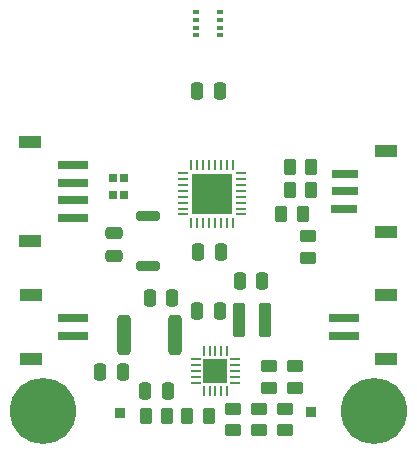
<source format=gbr>
%TF.GenerationSoftware,KiCad,Pcbnew,7.0.8*%
%TF.CreationDate,2023-11-19T15:13:28+01:00*%
%TF.ProjectId,AetherPhylax,41657468-6572-4506-9879-6c61782e6b69,rev?*%
%TF.SameCoordinates,Original*%
%TF.FileFunction,Soldermask,Top*%
%TF.FilePolarity,Negative*%
%FSLAX46Y46*%
G04 Gerber Fmt 4.6, Leading zero omitted, Abs format (unit mm)*
G04 Created by KiCad (PCBNEW 7.0.8) date 2023-11-19 15:13:28*
%MOMM*%
%LPD*%
G01*
G04 APERTURE LIST*
G04 Aperture macros list*
%AMRoundRect*
0 Rectangle with rounded corners*
0 $1 Rounding radius*
0 $2 $3 $4 $5 $6 $7 $8 $9 X,Y pos of 4 corners*
0 Add a 4 corners polygon primitive as box body*
4,1,4,$2,$3,$4,$5,$6,$7,$8,$9,$2,$3,0*
0 Add four circle primitives for the rounded corners*
1,1,$1+$1,$2,$3*
1,1,$1+$1,$4,$5*
1,1,$1+$1,$6,$7*
1,1,$1+$1,$8,$9*
0 Add four rect primitives between the rounded corners*
20,1,$1+$1,$2,$3,$4,$5,0*
20,1,$1+$1,$4,$5,$6,$7,0*
20,1,$1+$1,$6,$7,$8,$9,0*
20,1,$1+$1,$8,$9,$2,$3,0*%
G04 Aperture macros list end*
%ADD10R,0.850000X0.850000*%
%ADD11RoundRect,0.062500X-0.375000X-0.062500X0.375000X-0.062500X0.375000X0.062500X-0.375000X0.062500X0*%
%ADD12RoundRect,0.062500X-0.062500X-0.375000X0.062500X-0.375000X0.062500X0.375000X-0.062500X0.375000X0*%
%ADD13R,2.000000X2.000000*%
%ADD14R,0.500000X0.350000*%
%ADD15RoundRect,0.250000X0.250000X0.475000X-0.250000X0.475000X-0.250000X-0.475000X0.250000X-0.475000X0*%
%ADD16R,2.500000X0.700000*%
%ADD17R,1.900000X1.100000*%
%ADD18RoundRect,0.250000X0.262500X0.450000X-0.262500X0.450000X-0.262500X-0.450000X0.262500X-0.450000X0*%
%ADD19RoundRect,0.250000X0.450000X-0.262500X0.450000X0.262500X-0.450000X0.262500X-0.450000X-0.262500X0*%
%ADD20RoundRect,0.250000X-0.250000X-0.475000X0.250000X-0.475000X0.250000X0.475000X-0.250000X0.475000X0*%
%ADD21RoundRect,0.250000X-0.262500X-0.450000X0.262500X-0.450000X0.262500X0.450000X-0.262500X0.450000X0*%
%ADD22RoundRect,0.200000X-0.800000X0.200000X-0.800000X-0.200000X0.800000X-0.200000X0.800000X0.200000X0*%
%ADD23R,0.640000X0.700000*%
%ADD24C,5.600000*%
%ADD25RoundRect,0.062500X0.062500X-0.375000X0.062500X0.375000X-0.062500X0.375000X-0.062500X-0.375000X0*%
%ADD26RoundRect,0.062500X0.375000X-0.062500X0.375000X0.062500X-0.375000X0.062500X-0.375000X-0.062500X0*%
%ADD27R,3.500000X3.500000*%
%ADD28RoundRect,0.102000X-0.400000X-1.350000X0.400000X-1.350000X0.400000X1.350000X-0.400000X1.350000X0*%
%ADD29RoundRect,0.102000X0.400000X1.350000X-0.400000X1.350000X-0.400000X-1.350000X0.400000X-1.350000X0*%
%ADD30RoundRect,0.250000X-0.475000X0.250000X-0.475000X-0.250000X0.475000X-0.250000X0.475000X0.250000X0*%
%ADD31RoundRect,0.250000X-0.312500X-1.450000X0.312500X-1.450000X0.312500X1.450000X-0.312500X1.450000X0*%
%ADD32R,2.300000X0.700000*%
G04 APERTURE END LIST*
D10*
%TO.C,J1*%
X145050000Y-93950000D03*
%TD*%
D11*
%TO.C,U1*%
X151462500Y-89350000D03*
X151462500Y-89850000D03*
X151462500Y-90350000D03*
X151462500Y-90850000D03*
X151462500Y-91350000D03*
D12*
X152150000Y-92037500D03*
X152650000Y-92037500D03*
X153150000Y-92037500D03*
X153650000Y-92037500D03*
X154150000Y-92037500D03*
D11*
X154837500Y-91350000D03*
X154837500Y-90850000D03*
X154837500Y-90350000D03*
X154837500Y-89850000D03*
X154837500Y-89350000D03*
D12*
X154150000Y-88662500D03*
X153650000Y-88662500D03*
X153150000Y-88662500D03*
X152650000Y-88662500D03*
X152150000Y-88662500D03*
D13*
X153150000Y-90350000D03*
%TD*%
D14*
%TO.C,U2*%
X151525000Y-61950000D03*
X151525000Y-61300000D03*
X151525000Y-60650000D03*
X151525000Y-60000000D03*
X153575000Y-60000000D03*
X153575000Y-60650000D03*
X153575000Y-61300000D03*
X153575000Y-61950000D03*
%TD*%
D15*
%TO.C,COUT1*%
X157100000Y-82750000D03*
X155200000Y-82750000D03*
%TD*%
D16*
%TO.C,BATT1*%
X164000000Y-87400000D03*
X164000000Y-85900000D03*
D17*
X167600000Y-89350000D03*
X167600000Y-83950000D03*
%TD*%
D10*
%TO.C,J2*%
X161250000Y-93850000D03*
%TD*%
D15*
%TO.C,CSTOR1*%
X149500000Y-84150000D03*
X147600000Y-84150000D03*
%TD*%
D18*
%TO.C,ROV2*%
X152562500Y-94150000D03*
X150737500Y-94150000D03*
%TD*%
D19*
%TO.C,ROK2*%
X156850000Y-95362500D03*
X156850000Y-93537500D03*
%TD*%
D20*
%TO.C,CBYP1*%
X151600000Y-85250000D03*
X153500000Y-85250000D03*
%TD*%
D19*
%TO.C,ROUT1*%
X159850000Y-91762500D03*
X159850000Y-89937500D03*
%TD*%
D21*
%TO.C,R6*%
X159437500Y-75050000D03*
X161262500Y-75050000D03*
%TD*%
D22*
%TO.C,RST1*%
X147450000Y-77250000D03*
X147450000Y-81450000D03*
%TD*%
D20*
%TO.C,C1*%
X151700000Y-80250000D03*
X153600000Y-80250000D03*
%TD*%
D23*
%TO.C,RN1*%
X145420000Y-74050000D03*
X144480000Y-74050000D03*
X144480000Y-75450000D03*
X145420000Y-75450000D03*
%TD*%
D19*
%TO.C,ROK1*%
X157650000Y-91762500D03*
X157650000Y-89937500D03*
%TD*%
D16*
%TO.C,I2C1*%
X141062500Y-72900000D03*
X141062500Y-74400000D03*
X141062500Y-75900000D03*
X141062500Y-77400000D03*
D17*
X137462500Y-70950000D03*
X137462500Y-79350000D03*
%TD*%
D15*
%TO.C,C2*%
X153500000Y-66650000D03*
X151600000Y-66650000D03*
%TD*%
D24*
%TO.C,H2*%
X166550000Y-93750000D03*
%TD*%
D16*
%TO.C,VIN1*%
X141100000Y-85900000D03*
X141100000Y-87400000D03*
D17*
X137500000Y-83950000D03*
X137500000Y-89350000D03*
%TD*%
D19*
%TO.C,R4*%
X160950000Y-80762500D03*
X160950000Y-78937500D03*
%TD*%
D25*
%TO.C,U3*%
X151100000Y-77787500D03*
X151600000Y-77787500D03*
X152100000Y-77787500D03*
X152600000Y-77787500D03*
X153100000Y-77787500D03*
X153600000Y-77787500D03*
X154100000Y-77787500D03*
X154600000Y-77787500D03*
D26*
X155287500Y-77100000D03*
X155287500Y-76600000D03*
X155287500Y-76100000D03*
X155287500Y-75600000D03*
X155287500Y-75100000D03*
X155287500Y-74600000D03*
X155287500Y-74100000D03*
X155287500Y-73600000D03*
D25*
X154600000Y-72912500D03*
X154100000Y-72912500D03*
X153600000Y-72912500D03*
X153100000Y-72912500D03*
X152600000Y-72912500D03*
X152100000Y-72912500D03*
X151600000Y-72912500D03*
X151100000Y-72912500D03*
D26*
X150412500Y-73600000D03*
X150412500Y-74100000D03*
X150412500Y-74600000D03*
X150412500Y-75100000D03*
X150412500Y-75600000D03*
X150412500Y-76100000D03*
X150412500Y-76600000D03*
X150412500Y-77100000D03*
D27*
X152850000Y-75350000D03*
%TD*%
D24*
%TO.C,H1*%
X138550000Y-93750000D03*
%TD*%
D19*
%TO.C,ROK3*%
X154650000Y-95362500D03*
X154650000Y-93537500D03*
%TD*%
D28*
%TO.C,L2*%
X155150000Y-86050000D03*
D29*
X157350000Y-86050000D03*
%TD*%
D18*
%TO.C,ROV1*%
X149062500Y-94150000D03*
X147237500Y-94150000D03*
%TD*%
D30*
%TO.C,C3*%
X144550000Y-78700000D03*
X144550000Y-80600000D03*
%TD*%
D31*
%TO.C,L1*%
X145412500Y-87350000D03*
X149687500Y-87350000D03*
%TD*%
D21*
%TO.C,R3*%
X158737500Y-77050000D03*
X160562500Y-77050000D03*
%TD*%
D15*
%TO.C,CREF1*%
X149100000Y-92050000D03*
X147200000Y-92050000D03*
%TD*%
D19*
%TO.C,ROUT2*%
X159050000Y-95362500D03*
X159050000Y-93537500D03*
%TD*%
D15*
%TO.C,CIN1*%
X145300000Y-90450000D03*
X143400000Y-90450000D03*
%TD*%
D21*
%TO.C,R5*%
X159437500Y-73050000D03*
X161262500Y-73050000D03*
%TD*%
D32*
%TO.C,PA1*%
X164072462Y-76649300D03*
X164077540Y-75150700D03*
X164077540Y-73650700D03*
D17*
X167572460Y-78599300D03*
X167577540Y-71700700D03*
%TD*%
M02*

</source>
